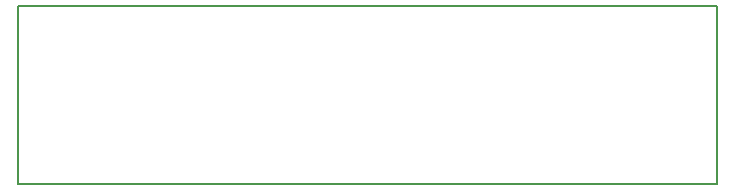
<source format=gbr>
G04 DipTrace 2.2.0.9*
%INBoardOutline.gbr*%
%MOMM*%
%ADD11C,0.14*%
%FSLAX53Y53*%
%SFA1B1*%
%OFA0B0*%
G04*
G71*
G90*
G75*
G01*
%LNBoardOutline*%
%LPD*%
X10008Y25087D2*
D11*
Y10008D1*
X69136D1*
Y25087D1*
X10008D1*
M02*

</source>
